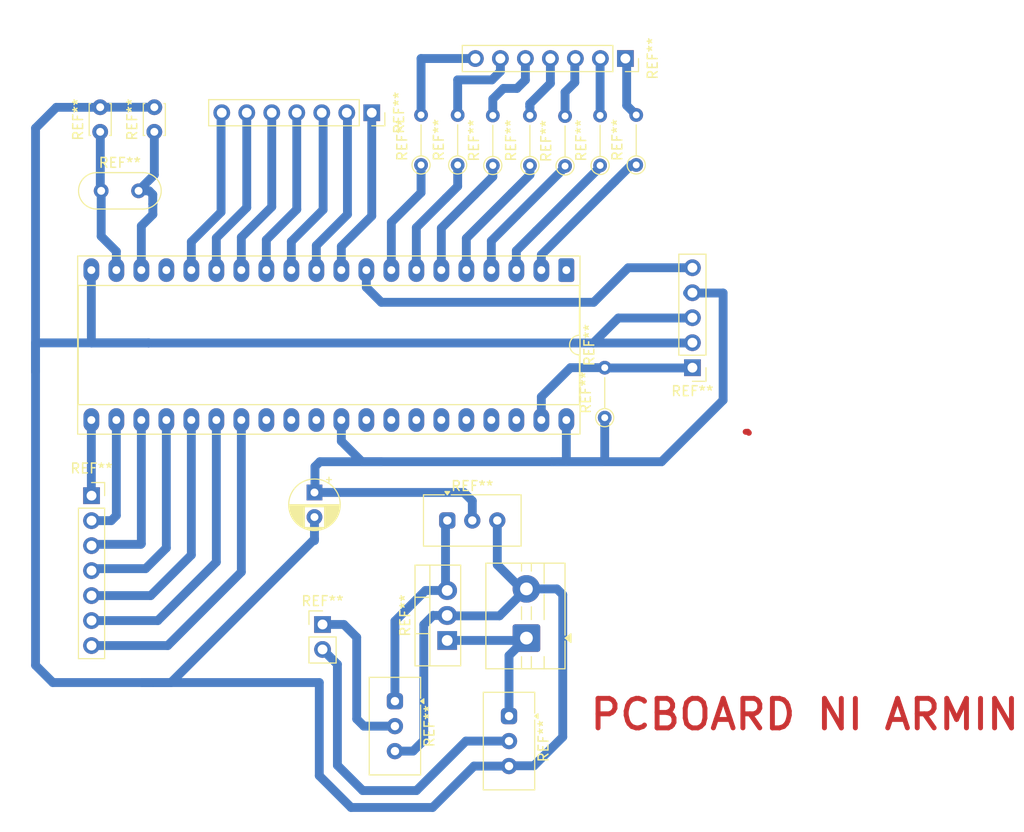
<source format=kicad_pcb>
(kicad_pcb (version 20241229) (generator "pcbnew") (generator_version "9.0")
  (layers (0 "F.Cu" signal) (2 "B.Cu" signal) (13 "F.Paste" user) (15 "B.Paste" user) (5 "F.SilkS" user "F.Silkscreen") (7 "B.SilkS" user "B.Silkscreen") (1 "F.Mask" user) (3 "B.Mask" user) (25 "Edge.Cuts" user))
  (net 0 "")
  (footprint "Capacitor_THT:CP_Radial_D5.0mm_P2.50mm" (layer "F.Cu") (at 124.53 102.474888 -90)
    (property "Reference" "REF**" (hide yes))
    (property "Value" "CP_Radial_D5.0mm_P2.50mm" (hide yes))
    (pad "1" thru_hole rect (at 0 0 270) (size 1.6 1.6) (drill 0.8) (layers "*.Cu" "*.Mask"))
    (pad "2" thru_hole circle (at 2.5 0 270) (size 1.6 1.6) (drill 0.8) (layers "*.Cu" "*.Mask"))
  )
  (footprint "Potentiometer_THT:Potentiometer_Vishay_T93YA_Vertical" (layer "F.Cu") (at 144.295 125.21 -90)
    (property "Reference" "REF**" (at 2.54 -3.5 90) (layer "F.SilkS"))
    (property "Value" "trimpot")
    (pad "1" thru_hole roundrect (at 0 0 270) (size 1.65 1.65) (drill 0.85) (layers "*.Cu" "*.Mask"))
    (pad "2" thru_hole circle (at 2.54 0 270) (size 1.65 1.65) (drill 0.85) (layers "*.Cu" "*.Mask"))
    (pad "3" thru_hole circle (at 5.08 0 270) (size 1.65 1.65) (drill 0.85) (layers "*.Cu" "*.Mask"))
  )
  (footprint "Connector_PinHeader_2.54mm:PinHeader_1x02_P2.54mm_Vertical" (layer "F.Cu") (at 125.35 115.895)
    (property "Reference" "REF**" (at 0 -2.38 0) (layer "F.SilkS"))
    (property "Value" "PinHeader_1x02_P2.54mm_Vertical" (hide yes))
    (pad "1" thru_hole rect (at 0 0) (size 1.7 1.7) (drill 1) (layers "*.Cu" "*.Mask"))
    (pad "2" thru_hole circle (at 0 2.54) (size 1.7 1.7) (drill 1) (layers "*.Cu" "*.Mask"))
  )
  (footprint "Resistor_THT:R_Axial_DIN0204_L3.6mm_D1.6mm_P5.08mm_Vertical" (layer "F.Cu") (at 149.99 69.29 90)
    (property "Reference" "REF**" (at 2.54 -1.92 90) (layer "F.SilkS"))
    (property "Value" "resistor")
    (pad "1" thru_hole circle (at 0 0 90) (size 1.4 1.4) (drill 0.7) (layers "*.Cu" "*.Mask"))
    (pad "2" thru_hole oval (at 5.08 0 90) (size 1.4 1.4) (drill 0.7) (layers "*.Cu" "*.Mask"))
  )
  (footprint "Crystal:Crystal_HC52-6mm_Vertical" (layer "F.Cu") (at 102.86 71.81)
    (property "Reference" "REF**" (at 1.9 -2.85 0) (layer "F.SilkS"))
    (property "Value" "XTAL")
    (pad "1" thru_hole circle (at 0 0) (size 1.5 1.5) (drill 0.8) (layers "*.Cu" "*.Mask"))
    (pad "2" thru_hole circle (at 3.8 0) (size 1.5 1.5) (drill 0.8) (layers "*.Cu" "*.Mask"))
  )
  (footprint "Resistor_THT:R_Axial_DIN0204_L3.6mm_D1.6mm_P5.08mm_Vertical" (layer "F.Cu") (at 142.65 69.23 90)
    (property "Reference" "REF**" (at 2.54 -1.92 90) (layer "F.SilkS"))
    (property "Value" "resistor")
    (pad "1" thru_hole circle (at 0 0 90) (size 1.4 1.4) (drill 0.7) (layers "*.Cu" "*.Mask"))
    (pad "2" thru_hole oval (at 5.08 0 90) (size 1.4 1.4) (drill 0.7) (layers "*.Cu" "*.Mask"))
  )
  (footprint "Resistor_THT:R_Axial_DIN0204_L3.6mm_D1.6mm_P5.08mm_Vertical" (layer "F.Cu") (at 153.55 69.23 90)
    (property "Reference" "REF**" (at 2.54 -1.92 90) (layer "F.SilkS"))
    (property "Value" "resistor")
    (pad "1" thru_hole circle (at 0 0 90) (size 1.4 1.4) (drill 0.7) (layers "*.Cu" "*.Mask"))
    (pad "2" thru_hole oval (at 5.08 0 90) (size 1.4 1.4) (drill 0.7) (layers "*.Cu" "*.Mask"))
  )
  (footprint "Package_DIP:DIP-40_W15.24mm_Socket_LongPads" (layer "F.Cu") (at 150.12 79.87 -90)
    (property "Reference" "REF**" (at 7.62 -2.33 90) (layer "F.SilkS"))
    (property "Value" "DIP-40_W15.24mm_Socket_LongPads" (hide yes))
    (pad "1" thru_hole roundrect (at 0 0 270) (size 2.4 1.6) (drill 0.8) (layers "*.Cu" "*.Mask") (roundrect_rratio 0.15625))
    (pad "2" thru_hole oval (at 0 2.54 270) (size 2.4 1.6) (drill 0.8) (layers "*.Cu" "*.Mask"))
    (pad "3" thru_hole oval (at 0 5.08 270) (size 2.4 1.6) (drill 0.8) (layers "*.Cu" "*.Mask"))
    (pad "4" thru_hole oval (at 0 7.62 270) (size 2.4 1.6) (drill 0.8) (layers "*.Cu" "*.Mask"))
    (pad "5" thru_hole oval (at 0 10.16 270) (size 2.4 1.6) (drill 0.8) (layers "*.Cu" "*.Mask"))
    (pad "6" thru_hole oval (at 0 12.7 270) (size 2.4 1.6) (drill 0.8) (layers "*.Cu" "*.Mask"))
    (pad "7" thru_hole oval (at 0 15.24 270) (size 2.4 1.6) (drill 0.8) (layers "*.Cu" "*.Mask"))
    (pad "8" thru_hole oval (at 0 17.78 270) (size 2.4 1.6) (drill 0.8) (layers "*.Cu" "*.Mask"))
    (pad "9" thru_hole oval (at 0 20.32 270) (size 2.4 1.6) (drill 0.8) (layers "*.Cu" "*.Mask"))
    (pad "10" thru_hole oval (at 0 22.86 270) (size 2.4 1.6) (drill 0.8) (layers "*.Cu" "*.Mask"))
    (pad "11" thru_hole oval (at 0 25.4 270) (size 2.4 1.6) (drill 0.8) (layers "*.Cu" "*.Mask"))
    (pad "12" thru_hole oval (at 0 27.94 270) (size 2.4 1.6) (drill 0.8) (layers "*.Cu" "*.Mask"))
    (pad "13" thru_hole oval (at 0 30.48 270) (size 2.4 1.6) (drill 0.8) (layers "*.Cu" "*.Mask"))
    (pad "14" thru_hole oval (at 0 33.02 270) (size 2.4 1.6) (drill 0.8) (layers "*.Cu" "*.Mask"))
    (pad "15" thru_hole oval (at 0 35.56 270) (size 2.4 1.6) (drill 0.8) (layers "*.Cu" "*.Mask"))
    (pad "16" thru_hole oval (at 0 38.1 270) (size 2.4 1.6) (drill 0.8) (layers "*.Cu" "*.Mask"))
    (pad "17" thru_hole oval (at 0 40.64 270) (size 2.4 1.6) (drill 0.8) (layers "*.Cu" "*.Mask"))
    (pad "18" thru_hole oval (at 0 43.18 270) (size 2.4 1.6) (drill 0.8) (layers "*.Cu" "*.Mask"))
    (pad "19" thru_hole oval (at 0 45.72 270) (size 2.4 1.6) (drill 0.8) (layers "*.Cu" "*.Mask"))
    (pad "20" thru_hole oval (at 0 48.26 270) (size 2.4 1.6) (drill 0.8) (layers "*.Cu" "*.Mask"))
    (pad "21" thru_hole oval (at 15.24 48.26 270) (size 2.4 1.6) (drill 0.8) (layers "*.Cu" "*.Mask"))
    (pad "22" thru_hole oval (at 15.24 45.72 270) (size 2.4 1.6) (drill 0.8) (layers "*.Cu" "*.Mask"))
    (pad "23" thru_hole oval (at 15.24 43.18 270) (size 2.4 1.6) (drill 0.8) (layers "*.Cu" "*.Mask"))
    (pad "24" thru_hole oval (at 15.24 40.64 270) (size 2.4 1.6) (drill 0.8) (layers "*.Cu" "*.Mask"))
    (pad "25" thru_hole oval (at 15.24 38.1 270) (size 2.4 1.6) (drill 0.8) (layers "*.Cu" "*.Mask"))
    (pad "26" thru_hole oval (at 15.24 35.56 270) (size 2.4 1.6) (drill 0.8) (layers "*.Cu" "*.Mask"))
    (pad "27" thru_hole oval (at 15.24 33.02 270) (size 2.4 1.6) (drill 0.8) (layers "*.Cu" "*.Mask"))
    (pad "28" thru_hole oval (at 15.24 30.48 270) (size 2.4 1.6) (drill 0.8) (layers "*.Cu" "*.Mask"))
    (pad "29" thru_hole oval (at 15.24 27.94 270) (size 2.4 1.6) (drill 0.8) (layers "*.Cu" "*.Mask"))
    (pad "30" thru_hole oval (at 15.24 25.4 270) (size 2.4 1.6) (drill 0.8) (layers "*.Cu" "*.Mask"))
    (pad "31" thru_hole oval (at 15.24 22.86 270) (size 2.4 1.6) (drill 0.8) (layers "*.Cu" "*.Mask"))
    (pad "32" thru_hole oval (at 15.24 20.32 270) (size 2.4 1.6) (drill 0.8) (layers "*.Cu" "*.Mask"))
    (pad "33" thru_hole oval (at 15.24 17.78 270) (size 2.4 1.6) (drill 0.8) (layers "*.Cu" "*.Mask"))
    (pad "34" thru_hole oval (at 15.24 15.24 270) (size 2.4 1.6) (drill 0.8) (layers "*.Cu" "*.Mask"))
    (pad "35" thru_hole oval (at 15.24 12.7 270) (size 2.4 1.6) (drill 0.8) (layers "*.Cu" "*.Mask"))
    (pad "36" thru_hole oval (at 15.24 10.16 270) (size 2.4 1.6) (drill 0.8) (layers "*.Cu" "*.Mask"))
    (pad "37" thru_hole oval (at 15.24 7.62 270) (size 2.4 1.6) (drill 0.8) (layers "*.Cu" "*.Mask"))
    (pad "38" thru_hole oval (at 15.24 5.08 270) (size 2.4 1.6) (drill 0.8) (layers "*.Cu" "*.Mask"))
    (pad "39" thru_hole oval (at 15.24 2.54 270) (size 2.4 1.6) (drill 0.8) (layers "*.Cu" "*.Mask"))
    (pad "40" thru_hole oval (at 15.24 0 270) (size 2.4 1.6) (drill 0.8) (layers "*.Cu" "*.Mask"))
  )
  (footprint "Resistor_THT:R_Axial_DIN0204_L3.6mm_D1.6mm_P5.08mm_Vertical" (layer "F.Cu") (at 146.42 69.23 90)
    (property "Reference" "REF**" (at 2.54 -1.92 90) (layer "F.SilkS"))
    (property "Value" "resistor")
    (pad "1" thru_hole circle (at 0 0 90) (size 1.4 1.4) (drill 0.7) (layers "*.Cu" "*.Mask"))
    (pad "2" thru_hole oval (at 5.08 0 90) (size 1.4 1.4) (drill 0.7) (layers "*.Cu" "*.Mask"))
  )
  (footprint "Potentiometer_THT:Potentiometer_Vishay_T93YA_Vertical" (layer "F.Cu") (at 132.705 123.69 -90)
    (property "Reference" "REF**" (at 2.54 -3.5 90) (layer "F.SilkS"))
    (property "Value" "trimpot")
    (pad "1" thru_hole roundrect (at 0 0 270) (size 1.65 1.65) (drill 0.85) (layers "*.Cu" "*.Mask"))
    (pad "2" thru_hole circle (at 2.54 0 270) (size 1.65 1.65) (drill 0.85) (layers "*.Cu" "*.Mask"))
    (pad "3" thru_hole circle (at 5.08 0 270) (size 1.65 1.65) (drill 0.85) (layers "*.Cu" "*.Mask"))
  )
  (footprint "Connector_PinSocket_2.54mm:PinSocket_1x07_P2.54mm_Vertical" (layer "F.Cu") (at 156.12 58.36 -90)
    (property "Reference" "REF**" (at 0 -2.77 90) (layer "F.SilkS"))
    (property "Value" "PinSocket_1x07_P2.54mm_Vertical" (hide yes))
    (pad "1" thru_hole rect (at 0 0 270) (size 1.7 1.7) (drill 1) (layers "*.Cu" "*.Mask"))
    (pad "2" thru_hole circle (at 0 2.54 270) (size 1.7 1.7) (drill 1) (layers "*.Cu" "*.Mask"))
    (pad "3" thru_hole circle (at 0 5.08 270) (size 1.7 1.7) (drill 1) (layers "*.Cu" "*.Mask"))
    (pad "4" thru_hole circle (at 0 7.62 270) (size 1.7 1.7) (drill 1) (layers "*.Cu" "*.Mask"))
    (pad "5" thru_hole circle (at 0 10.16 270) (size 1.7 1.7) (drill 1) (layers "*.Cu" "*.Mask"))
    (pad "6" thru_hole circle (at 0 12.7 270) (size 1.7 1.7) (drill 1) (layers "*.Cu" "*.Mask"))
    (pad "7" thru_hole circle (at 0 15.24 270) (size 1.7 1.7) (drill 1) (layers "*.Cu" "*.Mask"))
  )
  (footprint "Connector_PinHeader_2.54mm:PinHeader_1x05_P2.54mm_Vertical" (layer "F.Cu") (at 162.93 89.79 180)
    (property "Reference" "REF**" (at 0 -2.38 0) (layer "F.SilkS"))
    (property "Value" "PinHeader_1x05_P2.54mm_Vertical" (hide yes))
    (pad "1" thru_hole rect (at 0 0 180) (size 1.7 1.7) (drill 1) (layers "*.Cu" "*.Mask"))
    (pad "2" thru_hole circle (at 0 2.54 180) (size 1.7 1.7) (drill 1) (layers "*.Cu" "*.Mask"))
    (pad "3" thru_hole circle (at 0 5.08 180) (size 1.7 1.7) (drill 1) (layers "*.Cu" "*.Mask"))
    (pad "4" thru_hole circle (at 0 7.62 180) (size 1.7 1.7) (drill 1) (layers "*.Cu" "*.Mask"))
    (pad "5" thru_hole circle (at 0 10.16 180) (size 1.7 1.7) (drill 1) (layers "*.Cu" "*.Mask"))
  )
  (footprint "Resistor_THT:R_Axial_DIN0204_L3.6mm_D1.6mm_P5.08mm_Vertical" (layer "F.Cu") (at 139.08 69.18 90)
    (property "Reference" "REF**" (at 2.54 -1.92 90) (layer "F.SilkS"))
    (property "Value" "resistor")
    (pad "1" thru_hole circle (at 0 0 90) (size 1.4 1.4) (drill 0.7) (layers "*.Cu" "*.Mask"))
    (pad "2" thru_hole oval (at 5.08 0 90) (size 1.4 1.4) (drill 0.7) (layers "*.Cu" "*.Mask"))
  )
  (footprint "Connector_PinSocket_2.54mm:PinSocket_1x07_P2.54mm_Vertical" (layer "F.Cu") (at 101.88 102.8)
    (property "Reference" "REF**" (at 0 -2.77 0) (layer "F.SilkS"))
    (property "Value" "PinSocket_1x07_P2.54mm_Vertical" (hide yes))
    (pad "1" thru_hole rect (at 0 0) (size 1.7 1.7) (drill 1) (layers "*.Cu" "*.Mask"))
    (pad "2" thru_hole circle (at 0 2.54) (size 1.7 1.7) (drill 1) (layers "*.Cu" "*.Mask"))
    (pad "3" thru_hole circle (at 0 5.08) (size 1.7 1.7) (drill 1) (layers "*.Cu" "*.Mask"))
    (pad "4" thru_hole circle (at 0 7.62) (size 1.7 1.7) (drill 1) (layers "*.Cu" "*.Mask"))
    (pad "5" thru_hole circle (at 0 10.16) (size 1.7 1.7) (drill 1) (layers "*.Cu" "*.Mask"))
    (pad "6" thru_hole circle (at 0 12.7) (size 1.7 1.7) (drill 1) (layers "*.Cu" "*.Mask"))
    (pad "7" thru_hole circle (at 0 15.24) (size 1.7 1.7) (drill 1) (layers "*.Cu" "*.Mask"))
  )
  (footprint "Connector_PinSocket_2.54mm:PinSocket_1x07_P2.54mm_Vertical" (layer "F.Cu") (at 130.35 63.87 -90)
    (property "Reference" "REF**" (at 0 -2.77 90) (layer "F.SilkS"))
    (property "Value" "PinSocket_1x07_P2.54mm_Vertical" (hide yes))
    (pad "1" thru_hole rect (at 0 0 270) (size 1.7 1.7) (drill 1) (layers "*.Cu" "*.Mask"))
    (pad "2" thru_hole circle (at 0 2.54 270) (size 1.7 1.7) (drill 1) (layers "*.Cu" "*.Mask"))
    (pad "3" thru_hole circle (at 0 5.08 270) (size 1.7 1.7) (drill 1) (layers "*.Cu" "*.Mask"))
    (pad "4" thru_hole circle (at 0 7.62 270) (size 1.7 1.7) (drill 1) (layers "*.Cu" "*.Mask"))
    (pad "5" thru_hole circle (at 0 10.16 270) (size 1.7 1.7) (drill 1) (layers "*.Cu" "*.Mask"))
    (pad "6" thru_hole circle (at 0 12.7 270) (size 1.7 1.7) (drill 1) (layers "*.Cu" "*.Mask"))
    (pad "7" thru_hole circle (at 0 15.24 270) (size 1.7 1.7) (drill 1) (layers "*.Cu" "*.Mask"))
  )
  (footprint "Resistor_THT:R_Axial_DIN0204_L3.6mm_D1.6mm_P5.08mm_Vertical" (layer "F.Cu") (at 157.22 69.18 90)
    (property "Reference" "REF**" (at 2.54 -1.92 90) (layer "F.SilkS"))
    (property "Value" "resistor")
    (pad "1" thru_hole circle (at 0 0 90) (size 1.4 1.4) (drill 0.7) (layers "*.Cu" "*.Mask"))
    (pad "2" thru_hole oval (at 5.08 0 90) (size 1.4 1.4) (drill 0.7) (layers "*.Cu" "*.Mask"))
  )
  (footprint "TerminalBlock:TerminalBlock_MaiXu_MX126-5.0-02P_1x02_P5.00mm" (layer "F.Cu") (at 146.065 117.28 90)
    (property "Reference" "REF**" (hide yes))
    (property "Value" "POWER SUPPLY")
    (pad "1" thru_hole roundrect (at 0 0 90) (size 2.8 2.8) (drill 1.3) (layers "*.Cu" "*.Mask") (roundrect_rratio 0.089286))
    (pad "2" thru_hole circle (at 5 0 90) (size 2.8 2.8) (drill 1.3) (layers "*.Cu" "*.Mask"))
  )
  (footprint "Capacitor_THT:C_Disc_D3.0mm_W2.0mm_P2.50mm" (layer "F.Cu") (at 108.26 65.81 90)
    (property "Reference" "REF**" (at 1.25 -2.25 90) (layer "F.SilkS"))
    (property "Value" "CAP")
    (pad "1" thru_hole circle (at 0 0 90) (size 1.6 1.6) (drill 0.8) (layers "*.Cu" "*.Mask"))
    (pad "2" thru_hole circle (at 2.5 0 90) (size 1.6 1.6) (drill 0.8) (layers "*.Cu" "*.Mask"))
  )
  (footprint "Resistor_THT:R_Axial_DIN0204_L3.6mm_D1.6mm_P5.08mm_Vertical" (layer "F.Cu") (at 135.36 69.18 90)
    (property "Reference" "REF**" (at 2.54 -1.92 90) (layer "F.SilkS"))
    (property "Value" "resistor")
    (pad "1" thru_hole circle (at 0 0 90) (size 1.4 1.4) (drill 0.7) (layers "*.Cu" "*.Mask"))
    (pad "2" thru_hole oval (at 5.08 0 90) (size 1.4 1.4) (drill 0.7) (layers "*.Cu" "*.Mask"))
  )
  (footprint "Capacitor_THT:C_Disc_D3.0mm_W2.0mm_P2.50mm" (layer "F.Cu") (at 102.76 65.81 90)
    (property "Reference" "REF**" (at 1.25 -2.25 90) (layer "F.SilkS"))
    (property "Value" "CAP")
    (pad "1" thru_hole circle (at 0 0 90) (size 1.6 1.6) (drill 0.8) (layers "*.Cu" "*.Mask"))
    (pad "2" thru_hole circle (at 2.5 0 90) (size 1.6 1.6) (drill 0.8) (layers "*.Cu" "*.Mask"))
  )
  (footprint "Package_TO_SOT_THT:TO-220-3_Vertical" (layer "F.Cu") (at 138.015 117.52 90)
    (property "Reference" "REF**" (at 2.54 -4.27 90) (layer "F.SilkS"))
    (property "Value" "TO-220-3_Vertical")
    (pad "1" thru_hole rect (at 0 0 90) (size 1.905 2) (drill 1.1) (layers "*.Cu" "*.Mask"))
    (pad "2" thru_hole oval (at 2.54 0 90) (size 1.905 2) (drill 1.1) (layers "*.Cu" "*.Mask"))
    (pad "3" thru_hole oval (at 5.08 0 90) (size 1.905 2) (drill 1.1) (layers "*.Cu" "*.Mask"))
  )
  (footprint "Potentiometer_THT:Potentiometer_Vishay_T93YA_Vertical" (layer "F.Cu") (at 138.025 105.32)
    (property "Reference" "REF**" (at 2.54 -3.5 0) (layer "F.SilkS"))
    (property "Value" "trimpot")
    (pad "1" thru_hole roundrect (at 0 0) (size 1.65 1.65) (drill 0.85) (layers "*.Cu" "*.Mask"))
    (pad "2" thru_hole circle (at 2.54 0) (size 1.65 1.65) (drill 0.85) (layers "*.Cu" "*.Mask"))
    (pad "3" thru_hole circle (at 5.08 0) (size 1.65 1.65) (drill 0.85) (layers "*.Cu" "*.Mask"))
  )
  (footprint "Resistor_THT:R_Axial_DIN0204_L3.6mm_D1.6mm_P5.08mm_Vertical" (layer "F.Cu") (at 154.02 94.87 90)
    (property "Reference" "REF**" (at 2.54 -1.92 90) (layer "F.SilkS"))
    (property "Value" "resistor")
    (pad "1" thru_hole circle (at 0 0 90) (size 1.4 1.4) (drill 0.7) (layers "*.Cu" "*.Mask"))
    (pad "2" thru_hole oval (at 5.08 0 90) (size 1.4 1.4) (drill 0.7) (layers "*.Cu" "*.Mask"))
  )
  (gr_text "PCBOARD NI ARMIN" (at 152.3 126.8 0) (layer "F.Cu") (effects (font (size 3 3) (thickness 0.5)) (justify left bottom)))
  (segment (start 168.34 96.31) (end 168.56 96.31) (width 0.6) (layer "F.Cu") (net 0))
  (segment (start 168.56 96.31) (end 168.66 96.41) (width 0.6) (layer "F.Cu") (net 0))
  (segment (start 124.58 102.424888) (end 124.58 99.85) (width 0.9) (layer "B.Cu") (net 0))
  (segment (start 142.5 79.87) (end 142.5 76.9) (width 0.9) (layer "B.Cu") (net 0))
  (segment (start 150.98 60.79) (end 150.98 58.42) (width 0.9) (layer "B.Cu") (net 0))
  (segment (start 166.05 93.09) (end 166.05 82.2) (width 0.9) (layer "B.Cu") (net 0))
  (segment (start 125.08 99.35) (end 131.28 99.35) (width 0.9) (layer "B.Cu") (net 0))
  (segment (start 139.08 71.35) (end 139.08 69.18) (width 0.9) (layer "B.Cu") (net 0))
  (segment (start 104.4 104.82) (end 103.88 105.34) (width 0.9) (layer "B.Cu") (net 0))
  (segment (start 130.35 74.37) (end 130.35 63.87) (width 0.9) (layer "B.Cu") (net 0))
  (segment (start 107.68 87.28) (end 101.86 87.28) (width 0.9) (layer "B.Cu") (net 0))
  (segment (start 120.19 73.44) (end 120.19 63.87) (width 0.9) (layer "B.Cu") (net 0))
  (segment (start 142.56 60.53) (end 143.42 59.67) (width 0.9) (layer "B.Cu") (net 0))
  (segment (start 122.18 79.87) (end 122.18 76.96) (width 0.9) (layer "B.Cu") (net 0))
  (segment (start 96.19 120.04) (end 97.95 121.8) (width 0.9) (layer "B.Cu") (net 0))
  (segment (start 135.34 72.01) (end 135.36 71.99) (width 0.9) (layer "B.Cu") (net 0))
  (segment (start 146.4 62.98) (end 148.5 60.88) (width 0.9) (layer "B.Cu") (net 0))
  (segment (start 115.04 63.94) (end 115.11 63.87) (width 0.9) (layer "B.Cu") (net 0))
  (segment (start 125.02 121.8) (end 125.02 131.27) (width 0.9) (layer "B.Cu") (net 0))
  (segment (start 134.89 132.78) (end 129.43 132.78) (width 0.9) (layer "B.Cu") (net 0))
  (segment (start 144.325 130.26) (end 146.825 130.26) (width 0.9) (layer "B.Cu") (net 0))
  (segment (start 114.56 79.87) (end 114.56 76.6) (width 0.9) (layer "B.Cu") (net 0))
  (segment (start 138.015 117.52) (end 145.825 117.52) (width 0.9) (layer "B.Cu") (net 0))
  (segment (start 125.02 131.27) (end 128.25 134.5) (width 0.9) (layer "B.Cu") (net 0))
  (segment (start 149.165 112.28) (end 146.065 112.28) (width 0.9) (layer "B.Cu") (net 0))
  (segment (start 149.21 99.34) (end 149.2 99.35) (width 0.9) (layer "B.Cu") (net 0))
  (segment (start 143.325 115.02) (end 138.055 115.02) (width 0.9) (layer "B.Cu") (net 0))
  (segment (start 154.297324 71.602676) (end 154.811428 71.088572) (width 0.9) (layer "B.Cu") (net 0))
  (segment (start 135.635 115.92) (end 136.585 114.97) (width 0.9) (layer "B.Cu") (net 0))
  (segment (start 132.705 126.23) (end 129.55 126.23) (width 0.9) (layer "B.Cu") (net 0))
  (segment (start 108.1 121.8) (end 109.95 121.8) (width 0.9) (layer "B.Cu") (net 0))
  (segment (start 114.56 95.11) (end 114.56 109.55) (width 0.9) (layer "B.Cu") (net 0))
  (segment (start 117.1 110.56) (end 109.62 118.04) (width 0.9) (layer "B.Cu") (net 0))
  (segment (start 102.77 65.82) (end 102.77 71.72) (width 0.9) (layer "B.Cu") (net 0))
  (segment (start 146.4 63.26) (end 146.4 62.98) (width 0.9) (layer "B.Cu") (net 0))
  (segment (start 102.86 76.43) (end 104.4 77.97) (width 0.9) (layer "B.Cu") (net 0))
  (segment (start 112.02 76.99) (end 115.04 73.97) (width 0.9) (layer "B.Cu") (net 0))
  (segment (start 149.755 127.33) (end 149.755 112.87) (width 0.9) (layer "B.Cu") (net 0))
  (segment (start 139.92 127.75) (end 134.89 132.78) (width 0.9) (layer "B.Cu") (net 0))
  (segment (start 148.66 99.35) (end 131.28 99.35) (width 0.9) (layer "B.Cu") (net 0))
  (segment (start 122.73 73.7) (end 122.73 63.87) (width 0.9) (layer "B.Cu") (net 0))
  (segment (start 143.42 59.67) (end 143.42 58.36) (width 0.9) (layer "B.Cu") (net 0))
  (segment (start 146.825 130.26) (end 149.755 127.33) (width 0.9) (layer "B.Cu") (net 0))
  (segment (start 124.53 102.474888) (end 124.58 102.424888) (width 0.9) (layer "B.Cu") (net 0))
  (segment (start 108.1 72.19) (end 108.1 73.16) (width 0.9) (layer "B.Cu") (net 0))
  (segment (start 156.25 58.49) (end 156.12 58.36) (width 0.9) (layer "B.Cu") (net 0))
  (segment (start 115.04 73.97) (end 115.04 63.94) (width 0.9) (layer "B.Cu") (net 0))
  (segment (start 108.11 74.21) (end 106.94 75.38) (width 0.9) (layer "B.Cu") (net 0))
  (segment (start 147.07 75.87) (end 153.55 69.39) (width 0.9) (layer "B.Cu") (net 0))
  (segment (start 150.12 99.35) (end 149.2 99.35) (width 0.9) (layer "B.Cu") (net 0))
  (segment (start 129.55 126.23) (end 128.82 125.5) (width 0.9) (layer "B.Cu") (net 0))
  (segment (start 102.76 65.81) (end 102.77 65.82) (width 0.9) (layer "B.Cu") (net 0))
  (segment (start 102.01 107.75) (end 101.88 107.88) (width 0.9) (layer "B.Cu") (net 0))
  (segment (start 102.86 71.81) (end 102.86 76.43) (width 0.9) (layer "B.Cu") (net 0))
  (segment (start 109.48 95.11) (end 109.48 108.11) (width 0.9) (layer "B.Cu") (net 0))
  (segment (start 106.94 95.11) (end 106.94 107.69) (width 0.9) (layer "B.Cu") (net 0))
  (segment (start 124.53 107.22) (end 124.53 107.375) (width 0.9) (layer "B.Cu") (net 0))
  (segment (start 143.105 105.32) (end 143.105 109.83) (width 0.9) (layer "B.Cu") (net 0))
  (segment (start 135.36 71.99) (end 135.36 69.18) (width 0.9) (layer "B.Cu") (net 0))
  (segment (start 152.9 83.14) (end 156.41 79.63) (width 0.9) (layer "B.Cu") (net 0))
  (segment (start 107.89 112.96) (end 101.88 112.96) (width 0.9) (layer "B.Cu") (net 0))
  (segment (start 138.055 115.02) (end 138.015 114.98) (width 0.9) (layer "B.Cu") (net 0))
  (segment (start 109.95 121.8) (end 124.53 107.22) (width 0.9) (layer "B.Cu") (net 0))
  (segment (start 106.94 107.69) (end 106.88 107.75) (width 0.9) (layer "B.Cu") (net 0))
  (segment (start 125.41 73.73) (end 125.41 64.01) (width 0.9) (layer "B.Cu") (net 0))
  (segment (start 109.48 108.11) (end 107.37 110.22) (width 0.9) (layer "B.Cu") (net 0))
  (segment (start 153.55 64.15) (end 153.55 58.39) (width 0.9) (layer "B.Cu") (net 0))
  (segment (start 127.26 97.26) (end 127.26 95.11) (width 0.9) (layer "B.Cu") (net 0))
  (segment (start 108.61 115.5) (end 101.88 115.5) (width 0.9) (layer "B.Cu") (net 0))
  (segment (start 150.12 95.11) (end 150.12 99.35) (width 0.9) (layer "B.Cu") (net 0))
  (segment (start 140.74 130.29) (end 144.295 130.29) (width 0.9) (layer "B.Cu") (net 0))
  (segment (start 117.65 73.51) (end 117.65 63.87) (width 0.9) (layer "B.Cu") (net 0))
  (segment (start 127.515 115.895) (end 125.35 115.895) (width 0.9) (layer "B.Cu") (net 0))
  (segment (start 101.86 87.28) (end 101.86 79.87) (width 0.9) (layer "B.Cu") (net 0))
  (segment (start 134.88 79.87) (end 134.88 75.55) (width 0.9) (layer "B.Cu") (net 0))
  (segment (start 149.755 112.87) (end 149.165 112.28) (width 0.9) (layer "B.Cu") (net 0))
  (segment (start 150.54 89.79) (end 147.58 92.75) (width 0.9) (layer "B.Cu") (net 0))
  (segment (start 139.08 64.1) (end 139.08 60.53) (width 0.9) (layer "B.Cu") (net 0))
  (segment (start 107.67 87.27) (end 107.68 87.28) (width 0.9) (layer "B.Cu") (net 0))
  (segment (start 132.34 75.01) (end 135.34 72.01) (width 0.9) (layer "B.Cu") (net 0))
  (segment (start 145.04 77.9) (end 147.07 75.87) (width 0.9) (layer "B.Cu") (net 0))
  (segment (start 145.09 74.31) (end 149.99 69.41) (width 0.9) (layer "B.Cu") (net 0))
  (segment (start 149.99 64.21) (end 149.99 61.78) (width 0.9) (layer "B.Cu") (net 0))
  (segment (start 144.59 72.01) (end 146.42 70.18) (width 0.9) (layer "B.Cu") (net 0))
  (segment (start 129.43 132.78) (end 126.86 130.21) (width 0.9) (layer "B.Cu") (net 0))
  (segment (start 166.05 82.2) (end 162.43 82.2) (width 0.9) (layer "B.Cu") (net 0))
  (segment (start 153.55 58.39) (end 153.58 58.36) (width 0.9) (layer "B.Cu") (net 0))
  (segment (start 140.565 105.32) (end 140.565 103.335) (width 0.9) (layer "B.Cu") (net 0))
  (segment (start 142.65 62.48) (end 143.73 61.4) (width 0.9) (layer "B.Cu") (net 0))
  (segment (start 107.02 121.8) (end 125.02 121.8) (width 0.9) (layer "B.Cu") (net 0))
  (segment (start 153.55 69.39) (end 153.55 69.23) (width 0.9) (layer "B.Cu") (net 0))
  (segment (start 127.26 79.87) (end 127.26 77.46) (width 0.9) (layer "B.Cu") (net 0))
  (segment (start 147.58 79.87) (end 147.58 78.32) (width 0.9) (layer "B.Cu") (net 0))
  (segment (start 139.704888 102.474888) (end 124.53 102.474888) (width 0.9) (layer "B.Cu") (net 0))
  (segment (start 127.88 74.21) (end 127.88 63.94) (width 0.9) (layer "B.Cu") (net 0))
  (segment (start 126.86 119.945) (end 125.35 118.435) (width 0.9) (layer "B.Cu") (net 0))
  (segment (start 119.64 79.87) (end 119.64 76.79) (width 0.9) (layer "B.Cu") (net 0))
  (segment (start 137.42 75.6) (end 140.83 72.19) (width 0.9) (layer "B.Cu") (net 0))
  (segment (start 157.22 64.1) (end 156.25 63.13) (width 0.9) (layer "B.Cu") (net 0))
  (segment (start 126.86 130.21) (end 126.86 119.945) (width 0.9) (layer "B.Cu") (net 0))
  (segment (start 137.845 112.27) (end 138.015 112.44) (width 0.9) (layer "B.Cu") (net 0))
  (segment (start 132.705 128.77) (end 134.545 128.77) (width 0.9) (layer "B.Cu") (net 0))
  (segment (start 154.811428 71.088572) (end 155.05 70.85) (width 0.9) (layer "B.Cu") (net 0))
  (segment (start 117.1 79.87) (end 117.1 76.53) (width 0.9) (layer "B.Cu") (net 0))
  (segment (start 109.62 118.04) (end 101.88 118.04) (width 0.9) (layer "B.Cu") (net 0))
  (segment (start 154.02 94.87) (end 154.02 99.07) (width 0.9) (layer "B.Cu") (net 0))
  (segment (start 162.43 84.74) (end 155.4 84.74) (width 0.9) (layer "B.Cu") (net 0))
  (segment (start 101.86 102.78) (end 101.88 102.8) (width 0.9) (layer "B.Cu") (net 0))
  (segment (start 140.83 72.19) (end 142.65 70.37) (width 0.9) (layer "B.Cu") (net 0))
  (segment (start 117.1 76.53) (end 120.19 73.44) (width 0.9) (layer "B.Cu") (net 0))
  (segment (start 107.72 71.81) (end 108.1 72.19) (width 0.9) (layer "B.Cu") (net 0))
  (segment (start 119.64 76.79) (end 122.73 73.7) (width 0.9) (layer "B.Cu") (net 0))
  (segment (start 112.02 79.87) (end 112.02 76.99) (width 0.9) (layer "B.Cu") (net 0))
  (segment (start 159.79 99.35) (end 166.05 93.09) (width 0.9) (layer "B.Cu") (net 0))
  (segment (start 96.19 90.19) (end 96.19 65.44) (width 0.9) (layer "B.Cu") (net 0))
  (segment (start 136.595 114.98) (end 138.015 114.98) (width 0.9) (layer "B.Cu") (net 0))
  (segment (start 145.825 117.52) (end 146.065 117.28) (width 0.9) (layer "B.Cu") (net 0))
  (segment (start 144.295 125.21) (end 144.295 119.05) (width 0.9) (layer "B.Cu") (net 0))
  (segment (start 156.41 79.63) (end 162.93 79.63) (width 0.9) (layer "B.Cu") (net 0))
  (segment (start 140.565 103.335) (end 140.54 103.31) (width 0.9) (layer "B.Cu") (net 0))
  (segment (start 124.53 107.22) (end 124.53 104.974888) (width 0.9) (layer "B.Cu") (net 0))
  (segment (start 101.86 95.11) (end 101.86 102.78) (width 0.9) (layer "B.Cu") (net 0))
  (segment (start 147.58 78.32) (end 154.297324 71.602676) (width 0.9) (layer "B.Cu") (net 0))
  (segment (start 98.31 63.32) (end 102.75 63.32) (width 0.9) (layer "B.Cu") (net 0))
  (segment (start 128.82 125.5) (end 128.82 117.2) (width 0.9) (layer "B.Cu") (net 0))
  (segment (start 144.295 130.29) (end 144.325 130.26) (width 0.9) (layer "B.Cu") (net 0))
  (segment (start 96.19 90.19) (end 96.19 87.27) (width 0.9) (layer "B.Cu") (net 0))
  (segment (start 103.88 105.34) (end 101.88 105.34) (width 0.9) (layer "B.Cu") (net 0))
  (segment (start 155.4 84.74) (end 152.86 87.28) (width 0.9) (layer "B.Cu") (net 0))
  (segment (start 139.96 79.87) (end 139.96 76.64) (width 0.9) (layer "B.Cu") (net 0))
  (segment (start 104.4 95.11) (end 104.4 104.82) (width 0.9) (layer "B.Cu") (net 0))
  (segment (start 145.04 79.87) (end 145.04 77.9) (width 0.9) (layer "B.Cu") (net 0))
  (segment (start 102.75 63.32) (end 102.76 63.31) (width 0.9) (layer "B.Cu") (net 0))
  (segment (start 112.02 108.83) (end 107.89 112.96) (width 0.9) (layer "B.Cu") (net 0))
  (segment (start 97.95 121.8) (end 107.02 121.8) (width 0.9) (layer "B.Cu") (net 0))
  (segment (start 154.05 89.82) (end 154.02 89.79) (width 0.9) (layer "B.Cu") (net 0))
  (segment (start 154.02 89.79) (end 150.54 89.79) (width 0.9) (layer "B.Cu") (net 0))
  (segment (start 106.94 75.38) (end 106.94 79.87) (width 0.9) (layer "B.Cu") (net 0))
  (segment (start 149.2 99.35) (end 148.66 99.35) (width 0.9) (layer "B.Cu") (net 0))
  (segment (start 152.86 87.28) (end 107.68 87.28) (width 0.9) (layer "B.Cu") (net 0))
  (segment (start 162.43 89.82) (end 154.05 89.82) (width 0.9) (layer "B.Cu") (net 0))
  (segment (start 102.77 71.72) (end 102.86 71.81) (width 0.9) (layer "B.Cu") (net 0))
  (segment (start 107.37 110.22) (end 102.08 110.22) (width 0.9) (layer "B.Cu") (net 0))
  (segment (start 142.5 76.9) (end 145.09 74.31) (width 0.9) (layer "B.Cu") (net 0))
  (segment (start 102.08 110.22) (end 101.88 110.42) (width 0.9) (layer "B.Cu") (net 0))
  (segment (start 106.88 107.75) (end 102.01 107.75) (width 0.9) (layer "B.Cu") (net 0))
  (segment (start 143.105 109.83) (end 145.555 112.28) (width 0.9) (layer "B.Cu") (net 0))
  (segment (start 127.26 77.46) (end 130.35 74.37) (width 0.9) (layer "B.Cu") (net 0))
  (segment (start 124.58 99.85) (end 125.08 99.35) (width 0.9) (layer "B.Cu") (net 0))
  (segment (start 142.65 70.37) (end 142.65 69.23) (width 0.9) (layer "B.Cu") (net 0))
  (segment (start 134.545 128.77) (end 135.635 127.68) (width 0.9) (layer "B.Cu") (net 0))
  (segment (start 145.1 61.4) (end 145.96 60.54) (width 0.9) (layer "B.Cu") (net 0))
  (segment (start 140.54 103.31) (end 139.704888 102.474888) (width 0.9) (layer "B.Cu") (net 0))
  (segment (start 106.66 71.78) (end 106.66 71.81) (width 0.9) (layer "B.Cu") (net 0))
  (segment (start 128.25 134.5) (end 136.53 134.5) (width 0.9) (layer "B.Cu") (net 0))
  (segment (start 145.555 112.28) (end 146.065 112.28) (width 0.9) (layer "B.Cu") (net 0))
  (segment (start 96.19 65.44) (end 98.31 63.32) (width 0.9) (layer "B.Cu") (net 0))
  (segment (start 148.5 60.88) (end 148.5 58.36) (width 0.9) (layer "B.Cu") (net 0))
  (segment (start 122.18 76.96) (end 125.41 73.73) (width 0.9) (layer "B.Cu") (net 0))
  (segment (start 106.66 71.81) (end 107.72 71.81) (width 0.9) (layer "B.Cu") (net 0))
  (segment (start 104.4 77.97) (end 104.4 79.87) (width 0.9) (layer "B.Cu") (net 0))
  (segment (start 154.02 99.07) (end 153.75 99.34) (width 0.9) (layer "B.Cu") (net 0))
  (segment (start 108.26 63.31) (end 102.76 63.31) (width 0.9) (layer "B.Cu") (net 0))
  (segment (start 144.295 119.05) (end 146.065 117.28) (width 0.9) (layer "B.Cu") (net 0))
  (segment (start 129.35 99.35) (end 127.26 97.26) (width 0.9) (layer "B.Cu") (net 0))
  (segment (start 108.1 73.16) (end 108.11 73.17) (width 0.9) (layer "B.Cu") (net 0))
  (segment (start 149.99 69.41) (end 149.99 69.29) (width 0.9) (layer "B.Cu") (net 0))
  (segment (start 108.26 65.81) (end 108.26 70.18) (width 0.9) (layer "B.Cu") (net 0))
  (segment (start 127.88 63.94) (end 127.81 63.87) (width 0.9) (layer "B.Cu") (net 0))
  (segment (start 137.89 72.54) (end 139.08 71.35) (width 0.9) (layer "B.Cu") (net 0))
  (segment (start 124.72 77.37) (end 127.88 74.21) (width 0.9) (layer "B.Cu") (net 0))
  (segment (start 125.41 64.01) (end 125.27 63.87) (width 0.9) (layer "B.Cu") (net 0))
  (segment (start 112.02 95.11) (end 112.02 108.83) (width 0.9) (layer "B.Cu") (net 0))
  (segment (start 107.02 121.8) (end 108.1 121.8) (width 0.9) (layer "B.Cu") (net 0))
  (segment (start 142.65 64.15) (end 142.65 62.48) (width 0.9) (layer "B.Cu") (net 0))
  (segment (start 96.19 90.19) (end 96.19 120.04) (width 0.9) (layer "B.Cu") (net 0))
  (segment (start 162.43 87.28) (end 152.86 87.28) (width 0.9) (layer "B.Cu") (net 0))
  (segment (start 124.72 79.87) (end 124.72 77.37) (width 0.9) (layer "B.Cu") (net 0))
  (segment (start 146.42 70.18) (end 146.42 69.23) (width 0.9) (layer "B.Cu") (net 0))
  (segment (start 117.1 95.11) (end 117.1 110.56) (width 0.9) (layer "B.Cu") (net 0))
  (segment (start 156.25 63.13) (end 156.25 58.49) (width 0.9) (layer "B.Cu") (net 0))
  (segment (start 137.845 105.5) (end 137.845 112.27) (width 0.9) (layer "B.Cu") (net 0))
  (segment (start 128.82 117.2) (end 127.515 115.895) (width 0.9) (layer "B.Cu") (net 0))
  (segment (start 129.62 99.35) (end 129.35 99.35) (width 0.9) (layer "B.Cu") (net 0))
  (segment (start 139.08 60.53) (end 142.56 60.53) (width 0.9) (layer "B.Cu") (net 0))
  (segment (start 138.025 105.32) (end 137.845 105.5) (width 0.9) (layer "B.Cu") (net 0))
  (segment (start 144.295 127.75) (end 139.92 127.75) (width 0.9) (layer "B.Cu") (net 0))
  (segment (start 114.56 76.6) (end 117.65 73.51) (width 0.9) (layer "B.Cu") (net 0))
  (segment (start 131.32 83.14) (end 152.9 83.14) (width 0.9) (layer "B.Cu") (net 0))
  (segment (start 108.11 73.17) (end 108.11 74.21) (width 0.9) (layer "B.Cu") (net 0))
  (segment (start 143.73 61.4) (end 145.1 61.4) (width 0.9) (layer "B.Cu") (net 0))
  (segment (start 148.66 99.35) (end 159.79 99.35) (width 0.9) (layer "B.Cu") (net 0))
  (segment (start 129.8 81.62) (end 131.32 83.14) (width 0.9) (layer "B.Cu") (net 0))
  (segment (start 145.96 60.54) (end 145.96 58.36) (width 0.9) (layer "B.Cu") (net 0))
  (segment (start 96.19 87.27) (end 107.67 87.27) (width 0.9) (layer "B.Cu") (net 0))
  (segment (start 135.36 58.36) (end 140.88 58.36) (width 0.9) (layer "B.Cu") (net 0))
  (segment (start 146.42 63.28) (end 146.4 63.26) (width 0.9) (layer "B.Cu") (net 0))
  (segment (start 136.585 114.97) (end 136.595 114.98) (width 0.9) (layer "B.Cu") (net 0))
  (segment (start 134.88 75.55) (end 137.89 72.54) (width 0.9) (layer "B.Cu") (net 0))
  (segment (start 153.75 99.34) (end 149.21 99.34) (width 0.9) (layer "B.Cu") (net 0))
  (segment (start 137.42 79.87) (end 137.42 75.6) (width 0.9) (layer "B.Cu") (net 0))
  (segment (start 136.53 134.5) (end 140.74 130.29) (width 0.9) (layer "B.Cu") (net 0))
  (segment (start 131.28 99.35) (end 129.62 99.35) (width 0.9) (layer "B.Cu") (net 0))
  (segment (start 156.72 69.18) (end 157.22 69.18) (width 0.9) (layer "B.Cu") (net 0))
  (segment (start 132.705 115.55) (end 135.815 112.44) (width 0.9) (layer "B.Cu") (net 0))
  (segment (start 132.705 123.69) (end 132.705 115.55) (width 0.9) (layer "B.Cu") (net 0))
  (segment (start 149.99 61.78) (end 150.98 60.79) (width 0.9) (layer "B.Cu") (net 0))
  (segment (start 135.815 112.44) (end 138.015 112.44) (width 0.9) (layer "B.Cu") (net 0))
  (segment (start 129.8 79.87) (end 129.8 81.62) (width 0.9) (layer "B.Cu") (net 0))
  (segment (start 132.34 79.87) (end 132.34 75.01) (width 0.9) (layer "B.Cu") (net 0))
  (segment (start 150.98 58.42) (end 151.04 58.36) (width 0.9) (layer "B.Cu") (net 0))
  (segment (start 114.56 109.55) (end 108.61 115.5) (width 0.9) (layer "B.Cu") (net 0))
  (segment (start 147.58 92.75) (end 147.58 95.11) (width 0.9) (layer "B.Cu") (net 0))
  (segment (start 135.635 127.68) (end 135.635 115.92) (width 0.9) (layer "B.Cu") (net 0))
  (segment (start 146.42 64.15) (end 146.42 63.28) (width 0.9) (layer "B.Cu") (net 0))
  (segment (start 108.26 70.18) (end 106.66 71.78) (width 0.9) (layer "B.Cu") (net 0))
  (segment (start 135.36 64.1) (end 135.36 58.36) (width 0.9) (layer "B.Cu") (net 0))
  (segment (start 139.96 76.64) (end 144.59 72.01) (width 0.9) (layer "B.Cu") (net 0))
  (segment (start 155.05 70.85) (end 156.72 69.18) (width 0.9) (layer "B.Cu") (net 0))
  (segment (start 146.065 112.28) (end 143.325 115.02) (width 0.9) (layer "B.Cu") (net 0))
)
</source>
